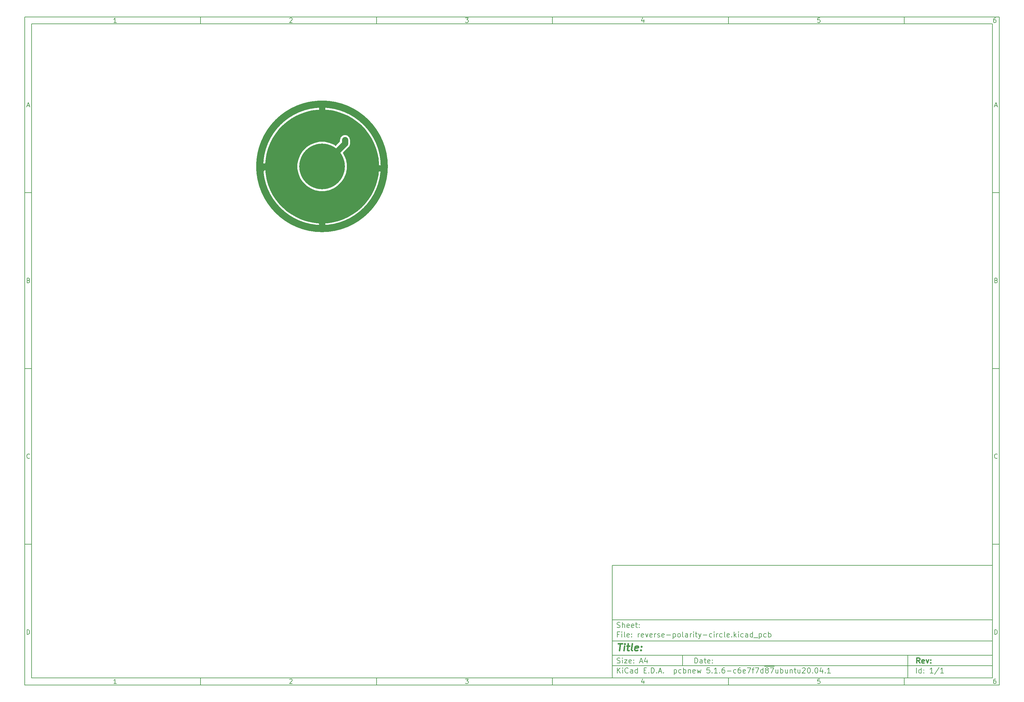
<source format=gbr>
G04 #@! TF.GenerationSoftware,KiCad,Pcbnew,5.1.6-c6e7f7d~87~ubuntu20.04.1*
G04 #@! TF.CreationDate,2020-08-14T09:14:16+02:00*
G04 #@! TF.ProjectId,reverse-polarity-circle,72657665-7273-4652-9d70-6f6c61726974,rev?*
G04 #@! TF.SameCoordinates,Original*
G04 #@! TF.FileFunction,Copper,L2,Bot*
G04 #@! TF.FilePolarity,Positive*
%FSLAX46Y46*%
G04 Gerber Fmt 4.6, Leading zero omitted, Abs format (unit mm)*
G04 Created by KiCad (PCBNEW 5.1.6-c6e7f7d~87~ubuntu20.04.1) date 2020-08-14 09:14:16*
%MOMM*%
%LPD*%
G01*
G04 APERTURE LIST*
%ADD10C,0.100000*%
%ADD11C,0.150000*%
%ADD12C,0.300000*%
%ADD13C,0.400000*%
G04 #@! TA.AperFunction,NonConductor*
%ADD14C,2.000000*%
G04 #@! TD*
G04 #@! TA.AperFunction,ComponentPad*
%ADD15C,7.000000*%
G04 #@! TD*
G04 #@! TA.AperFunction,SMDPad,CuDef*
%ADD16C,13.000000*%
G04 #@! TD*
G04 #@! TA.AperFunction,ViaPad*
%ADD17C,0.800000*%
G04 #@! TD*
G04 #@! TA.AperFunction,Conductor*
%ADD18C,1.800000*%
G04 #@! TD*
G04 #@! TA.AperFunction,Conductor*
%ADD19C,0.254000*%
G04 #@! TD*
G04 APERTURE END LIST*
D10*
D11*
X177002200Y-166007200D02*
X177002200Y-198007200D01*
X285002200Y-198007200D01*
X285002200Y-166007200D01*
X177002200Y-166007200D01*
D10*
D11*
X10000000Y-10000000D02*
X10000000Y-200007200D01*
X287002200Y-200007200D01*
X287002200Y-10000000D01*
X10000000Y-10000000D01*
D10*
D11*
X12000000Y-12000000D02*
X12000000Y-198007200D01*
X285002200Y-198007200D01*
X285002200Y-12000000D01*
X12000000Y-12000000D01*
D10*
D11*
X60000000Y-12000000D02*
X60000000Y-10000000D01*
D10*
D11*
X110000000Y-12000000D02*
X110000000Y-10000000D01*
D10*
D11*
X160000000Y-12000000D02*
X160000000Y-10000000D01*
D10*
D11*
X210000000Y-12000000D02*
X210000000Y-10000000D01*
D10*
D11*
X260000000Y-12000000D02*
X260000000Y-10000000D01*
D10*
D11*
X36065476Y-11588095D02*
X35322619Y-11588095D01*
X35694047Y-11588095D02*
X35694047Y-10288095D01*
X35570238Y-10473809D01*
X35446428Y-10597619D01*
X35322619Y-10659523D01*
D10*
D11*
X85322619Y-10411904D02*
X85384523Y-10350000D01*
X85508333Y-10288095D01*
X85817857Y-10288095D01*
X85941666Y-10350000D01*
X86003571Y-10411904D01*
X86065476Y-10535714D01*
X86065476Y-10659523D01*
X86003571Y-10845238D01*
X85260714Y-11588095D01*
X86065476Y-11588095D01*
D10*
D11*
X135260714Y-10288095D02*
X136065476Y-10288095D01*
X135632142Y-10783333D01*
X135817857Y-10783333D01*
X135941666Y-10845238D01*
X136003571Y-10907142D01*
X136065476Y-11030952D01*
X136065476Y-11340476D01*
X136003571Y-11464285D01*
X135941666Y-11526190D01*
X135817857Y-11588095D01*
X135446428Y-11588095D01*
X135322619Y-11526190D01*
X135260714Y-11464285D01*
D10*
D11*
X185941666Y-10721428D02*
X185941666Y-11588095D01*
X185632142Y-10226190D02*
X185322619Y-11154761D01*
X186127380Y-11154761D01*
D10*
D11*
X236003571Y-10288095D02*
X235384523Y-10288095D01*
X235322619Y-10907142D01*
X235384523Y-10845238D01*
X235508333Y-10783333D01*
X235817857Y-10783333D01*
X235941666Y-10845238D01*
X236003571Y-10907142D01*
X236065476Y-11030952D01*
X236065476Y-11340476D01*
X236003571Y-11464285D01*
X235941666Y-11526190D01*
X235817857Y-11588095D01*
X235508333Y-11588095D01*
X235384523Y-11526190D01*
X235322619Y-11464285D01*
D10*
D11*
X285941666Y-10288095D02*
X285694047Y-10288095D01*
X285570238Y-10350000D01*
X285508333Y-10411904D01*
X285384523Y-10597619D01*
X285322619Y-10845238D01*
X285322619Y-11340476D01*
X285384523Y-11464285D01*
X285446428Y-11526190D01*
X285570238Y-11588095D01*
X285817857Y-11588095D01*
X285941666Y-11526190D01*
X286003571Y-11464285D01*
X286065476Y-11340476D01*
X286065476Y-11030952D01*
X286003571Y-10907142D01*
X285941666Y-10845238D01*
X285817857Y-10783333D01*
X285570238Y-10783333D01*
X285446428Y-10845238D01*
X285384523Y-10907142D01*
X285322619Y-11030952D01*
D10*
D11*
X60000000Y-198007200D02*
X60000000Y-200007200D01*
D10*
D11*
X110000000Y-198007200D02*
X110000000Y-200007200D01*
D10*
D11*
X160000000Y-198007200D02*
X160000000Y-200007200D01*
D10*
D11*
X210000000Y-198007200D02*
X210000000Y-200007200D01*
D10*
D11*
X260000000Y-198007200D02*
X260000000Y-200007200D01*
D10*
D11*
X36065476Y-199595295D02*
X35322619Y-199595295D01*
X35694047Y-199595295D02*
X35694047Y-198295295D01*
X35570238Y-198481009D01*
X35446428Y-198604819D01*
X35322619Y-198666723D01*
D10*
D11*
X85322619Y-198419104D02*
X85384523Y-198357200D01*
X85508333Y-198295295D01*
X85817857Y-198295295D01*
X85941666Y-198357200D01*
X86003571Y-198419104D01*
X86065476Y-198542914D01*
X86065476Y-198666723D01*
X86003571Y-198852438D01*
X85260714Y-199595295D01*
X86065476Y-199595295D01*
D10*
D11*
X135260714Y-198295295D02*
X136065476Y-198295295D01*
X135632142Y-198790533D01*
X135817857Y-198790533D01*
X135941666Y-198852438D01*
X136003571Y-198914342D01*
X136065476Y-199038152D01*
X136065476Y-199347676D01*
X136003571Y-199471485D01*
X135941666Y-199533390D01*
X135817857Y-199595295D01*
X135446428Y-199595295D01*
X135322619Y-199533390D01*
X135260714Y-199471485D01*
D10*
D11*
X185941666Y-198728628D02*
X185941666Y-199595295D01*
X185632142Y-198233390D02*
X185322619Y-199161961D01*
X186127380Y-199161961D01*
D10*
D11*
X236003571Y-198295295D02*
X235384523Y-198295295D01*
X235322619Y-198914342D01*
X235384523Y-198852438D01*
X235508333Y-198790533D01*
X235817857Y-198790533D01*
X235941666Y-198852438D01*
X236003571Y-198914342D01*
X236065476Y-199038152D01*
X236065476Y-199347676D01*
X236003571Y-199471485D01*
X235941666Y-199533390D01*
X235817857Y-199595295D01*
X235508333Y-199595295D01*
X235384523Y-199533390D01*
X235322619Y-199471485D01*
D10*
D11*
X285941666Y-198295295D02*
X285694047Y-198295295D01*
X285570238Y-198357200D01*
X285508333Y-198419104D01*
X285384523Y-198604819D01*
X285322619Y-198852438D01*
X285322619Y-199347676D01*
X285384523Y-199471485D01*
X285446428Y-199533390D01*
X285570238Y-199595295D01*
X285817857Y-199595295D01*
X285941666Y-199533390D01*
X286003571Y-199471485D01*
X286065476Y-199347676D01*
X286065476Y-199038152D01*
X286003571Y-198914342D01*
X285941666Y-198852438D01*
X285817857Y-198790533D01*
X285570238Y-198790533D01*
X285446428Y-198852438D01*
X285384523Y-198914342D01*
X285322619Y-199038152D01*
D10*
D11*
X10000000Y-60000000D02*
X12000000Y-60000000D01*
D10*
D11*
X10000000Y-110000000D02*
X12000000Y-110000000D01*
D10*
D11*
X10000000Y-160000000D02*
X12000000Y-160000000D01*
D10*
D11*
X10690476Y-35216666D02*
X11309523Y-35216666D01*
X10566666Y-35588095D02*
X11000000Y-34288095D01*
X11433333Y-35588095D01*
D10*
D11*
X11092857Y-84907142D02*
X11278571Y-84969047D01*
X11340476Y-85030952D01*
X11402380Y-85154761D01*
X11402380Y-85340476D01*
X11340476Y-85464285D01*
X11278571Y-85526190D01*
X11154761Y-85588095D01*
X10659523Y-85588095D01*
X10659523Y-84288095D01*
X11092857Y-84288095D01*
X11216666Y-84350000D01*
X11278571Y-84411904D01*
X11340476Y-84535714D01*
X11340476Y-84659523D01*
X11278571Y-84783333D01*
X11216666Y-84845238D01*
X11092857Y-84907142D01*
X10659523Y-84907142D01*
D10*
D11*
X11402380Y-135464285D02*
X11340476Y-135526190D01*
X11154761Y-135588095D01*
X11030952Y-135588095D01*
X10845238Y-135526190D01*
X10721428Y-135402380D01*
X10659523Y-135278571D01*
X10597619Y-135030952D01*
X10597619Y-134845238D01*
X10659523Y-134597619D01*
X10721428Y-134473809D01*
X10845238Y-134350000D01*
X11030952Y-134288095D01*
X11154761Y-134288095D01*
X11340476Y-134350000D01*
X11402380Y-134411904D01*
D10*
D11*
X10659523Y-185588095D02*
X10659523Y-184288095D01*
X10969047Y-184288095D01*
X11154761Y-184350000D01*
X11278571Y-184473809D01*
X11340476Y-184597619D01*
X11402380Y-184845238D01*
X11402380Y-185030952D01*
X11340476Y-185278571D01*
X11278571Y-185402380D01*
X11154761Y-185526190D01*
X10969047Y-185588095D01*
X10659523Y-185588095D01*
D10*
D11*
X287002200Y-60000000D02*
X285002200Y-60000000D01*
D10*
D11*
X287002200Y-110000000D02*
X285002200Y-110000000D01*
D10*
D11*
X287002200Y-160000000D02*
X285002200Y-160000000D01*
D10*
D11*
X285692676Y-35216666D02*
X286311723Y-35216666D01*
X285568866Y-35588095D02*
X286002200Y-34288095D01*
X286435533Y-35588095D01*
D10*
D11*
X286095057Y-84907142D02*
X286280771Y-84969047D01*
X286342676Y-85030952D01*
X286404580Y-85154761D01*
X286404580Y-85340476D01*
X286342676Y-85464285D01*
X286280771Y-85526190D01*
X286156961Y-85588095D01*
X285661723Y-85588095D01*
X285661723Y-84288095D01*
X286095057Y-84288095D01*
X286218866Y-84350000D01*
X286280771Y-84411904D01*
X286342676Y-84535714D01*
X286342676Y-84659523D01*
X286280771Y-84783333D01*
X286218866Y-84845238D01*
X286095057Y-84907142D01*
X285661723Y-84907142D01*
D10*
D11*
X286404580Y-135464285D02*
X286342676Y-135526190D01*
X286156961Y-135588095D01*
X286033152Y-135588095D01*
X285847438Y-135526190D01*
X285723628Y-135402380D01*
X285661723Y-135278571D01*
X285599819Y-135030952D01*
X285599819Y-134845238D01*
X285661723Y-134597619D01*
X285723628Y-134473809D01*
X285847438Y-134350000D01*
X286033152Y-134288095D01*
X286156961Y-134288095D01*
X286342676Y-134350000D01*
X286404580Y-134411904D01*
D10*
D11*
X285661723Y-185588095D02*
X285661723Y-184288095D01*
X285971247Y-184288095D01*
X286156961Y-184350000D01*
X286280771Y-184473809D01*
X286342676Y-184597619D01*
X286404580Y-184845238D01*
X286404580Y-185030952D01*
X286342676Y-185278571D01*
X286280771Y-185402380D01*
X286156961Y-185526190D01*
X285971247Y-185588095D01*
X285661723Y-185588095D01*
D10*
D11*
X200434342Y-193785771D02*
X200434342Y-192285771D01*
X200791485Y-192285771D01*
X201005771Y-192357200D01*
X201148628Y-192500057D01*
X201220057Y-192642914D01*
X201291485Y-192928628D01*
X201291485Y-193142914D01*
X201220057Y-193428628D01*
X201148628Y-193571485D01*
X201005771Y-193714342D01*
X200791485Y-193785771D01*
X200434342Y-193785771D01*
X202577200Y-193785771D02*
X202577200Y-193000057D01*
X202505771Y-192857200D01*
X202362914Y-192785771D01*
X202077200Y-192785771D01*
X201934342Y-192857200D01*
X202577200Y-193714342D02*
X202434342Y-193785771D01*
X202077200Y-193785771D01*
X201934342Y-193714342D01*
X201862914Y-193571485D01*
X201862914Y-193428628D01*
X201934342Y-193285771D01*
X202077200Y-193214342D01*
X202434342Y-193214342D01*
X202577200Y-193142914D01*
X203077200Y-192785771D02*
X203648628Y-192785771D01*
X203291485Y-192285771D02*
X203291485Y-193571485D01*
X203362914Y-193714342D01*
X203505771Y-193785771D01*
X203648628Y-193785771D01*
X204720057Y-193714342D02*
X204577200Y-193785771D01*
X204291485Y-193785771D01*
X204148628Y-193714342D01*
X204077200Y-193571485D01*
X204077200Y-193000057D01*
X204148628Y-192857200D01*
X204291485Y-192785771D01*
X204577200Y-192785771D01*
X204720057Y-192857200D01*
X204791485Y-193000057D01*
X204791485Y-193142914D01*
X204077200Y-193285771D01*
X205434342Y-193642914D02*
X205505771Y-193714342D01*
X205434342Y-193785771D01*
X205362914Y-193714342D01*
X205434342Y-193642914D01*
X205434342Y-193785771D01*
X205434342Y-192857200D02*
X205505771Y-192928628D01*
X205434342Y-193000057D01*
X205362914Y-192928628D01*
X205434342Y-192857200D01*
X205434342Y-193000057D01*
D10*
D11*
X177002200Y-194507200D02*
X285002200Y-194507200D01*
D10*
D11*
X178434342Y-196585771D02*
X178434342Y-195085771D01*
X179291485Y-196585771D02*
X178648628Y-195728628D01*
X179291485Y-195085771D02*
X178434342Y-195942914D01*
X179934342Y-196585771D02*
X179934342Y-195585771D01*
X179934342Y-195085771D02*
X179862914Y-195157200D01*
X179934342Y-195228628D01*
X180005771Y-195157200D01*
X179934342Y-195085771D01*
X179934342Y-195228628D01*
X181505771Y-196442914D02*
X181434342Y-196514342D01*
X181220057Y-196585771D01*
X181077200Y-196585771D01*
X180862914Y-196514342D01*
X180720057Y-196371485D01*
X180648628Y-196228628D01*
X180577200Y-195942914D01*
X180577200Y-195728628D01*
X180648628Y-195442914D01*
X180720057Y-195300057D01*
X180862914Y-195157200D01*
X181077200Y-195085771D01*
X181220057Y-195085771D01*
X181434342Y-195157200D01*
X181505771Y-195228628D01*
X182791485Y-196585771D02*
X182791485Y-195800057D01*
X182720057Y-195657200D01*
X182577200Y-195585771D01*
X182291485Y-195585771D01*
X182148628Y-195657200D01*
X182791485Y-196514342D02*
X182648628Y-196585771D01*
X182291485Y-196585771D01*
X182148628Y-196514342D01*
X182077200Y-196371485D01*
X182077200Y-196228628D01*
X182148628Y-196085771D01*
X182291485Y-196014342D01*
X182648628Y-196014342D01*
X182791485Y-195942914D01*
X184148628Y-196585771D02*
X184148628Y-195085771D01*
X184148628Y-196514342D02*
X184005771Y-196585771D01*
X183720057Y-196585771D01*
X183577200Y-196514342D01*
X183505771Y-196442914D01*
X183434342Y-196300057D01*
X183434342Y-195871485D01*
X183505771Y-195728628D01*
X183577200Y-195657200D01*
X183720057Y-195585771D01*
X184005771Y-195585771D01*
X184148628Y-195657200D01*
X186005771Y-195800057D02*
X186505771Y-195800057D01*
X186720057Y-196585771D02*
X186005771Y-196585771D01*
X186005771Y-195085771D01*
X186720057Y-195085771D01*
X187362914Y-196442914D02*
X187434342Y-196514342D01*
X187362914Y-196585771D01*
X187291485Y-196514342D01*
X187362914Y-196442914D01*
X187362914Y-196585771D01*
X188077200Y-196585771D02*
X188077200Y-195085771D01*
X188434342Y-195085771D01*
X188648628Y-195157200D01*
X188791485Y-195300057D01*
X188862914Y-195442914D01*
X188934342Y-195728628D01*
X188934342Y-195942914D01*
X188862914Y-196228628D01*
X188791485Y-196371485D01*
X188648628Y-196514342D01*
X188434342Y-196585771D01*
X188077200Y-196585771D01*
X189577200Y-196442914D02*
X189648628Y-196514342D01*
X189577200Y-196585771D01*
X189505771Y-196514342D01*
X189577200Y-196442914D01*
X189577200Y-196585771D01*
X190220057Y-196157200D02*
X190934342Y-196157200D01*
X190077200Y-196585771D02*
X190577200Y-195085771D01*
X191077200Y-196585771D01*
X191577200Y-196442914D02*
X191648628Y-196514342D01*
X191577200Y-196585771D01*
X191505771Y-196514342D01*
X191577200Y-196442914D01*
X191577200Y-196585771D01*
X194577200Y-195585771D02*
X194577200Y-197085771D01*
X194577200Y-195657200D02*
X194720057Y-195585771D01*
X195005771Y-195585771D01*
X195148628Y-195657200D01*
X195220057Y-195728628D01*
X195291485Y-195871485D01*
X195291485Y-196300057D01*
X195220057Y-196442914D01*
X195148628Y-196514342D01*
X195005771Y-196585771D01*
X194720057Y-196585771D01*
X194577200Y-196514342D01*
X196577200Y-196514342D02*
X196434342Y-196585771D01*
X196148628Y-196585771D01*
X196005771Y-196514342D01*
X195934342Y-196442914D01*
X195862914Y-196300057D01*
X195862914Y-195871485D01*
X195934342Y-195728628D01*
X196005771Y-195657200D01*
X196148628Y-195585771D01*
X196434342Y-195585771D01*
X196577200Y-195657200D01*
X197220057Y-196585771D02*
X197220057Y-195085771D01*
X197220057Y-195657200D02*
X197362914Y-195585771D01*
X197648628Y-195585771D01*
X197791485Y-195657200D01*
X197862914Y-195728628D01*
X197934342Y-195871485D01*
X197934342Y-196300057D01*
X197862914Y-196442914D01*
X197791485Y-196514342D01*
X197648628Y-196585771D01*
X197362914Y-196585771D01*
X197220057Y-196514342D01*
X198577200Y-195585771D02*
X198577200Y-196585771D01*
X198577200Y-195728628D02*
X198648628Y-195657200D01*
X198791485Y-195585771D01*
X199005771Y-195585771D01*
X199148628Y-195657200D01*
X199220057Y-195800057D01*
X199220057Y-196585771D01*
X200505771Y-196514342D02*
X200362914Y-196585771D01*
X200077200Y-196585771D01*
X199934342Y-196514342D01*
X199862914Y-196371485D01*
X199862914Y-195800057D01*
X199934342Y-195657200D01*
X200077200Y-195585771D01*
X200362914Y-195585771D01*
X200505771Y-195657200D01*
X200577200Y-195800057D01*
X200577200Y-195942914D01*
X199862914Y-196085771D01*
X201077200Y-195585771D02*
X201362914Y-196585771D01*
X201648628Y-195871485D01*
X201934342Y-196585771D01*
X202220057Y-195585771D01*
X204648628Y-195085771D02*
X203934342Y-195085771D01*
X203862914Y-195800057D01*
X203934342Y-195728628D01*
X204077200Y-195657200D01*
X204434342Y-195657200D01*
X204577200Y-195728628D01*
X204648628Y-195800057D01*
X204720057Y-195942914D01*
X204720057Y-196300057D01*
X204648628Y-196442914D01*
X204577200Y-196514342D01*
X204434342Y-196585771D01*
X204077200Y-196585771D01*
X203934342Y-196514342D01*
X203862914Y-196442914D01*
X205362914Y-196442914D02*
X205434342Y-196514342D01*
X205362914Y-196585771D01*
X205291485Y-196514342D01*
X205362914Y-196442914D01*
X205362914Y-196585771D01*
X206862914Y-196585771D02*
X206005771Y-196585771D01*
X206434342Y-196585771D02*
X206434342Y-195085771D01*
X206291485Y-195300057D01*
X206148628Y-195442914D01*
X206005771Y-195514342D01*
X207505771Y-196442914D02*
X207577200Y-196514342D01*
X207505771Y-196585771D01*
X207434342Y-196514342D01*
X207505771Y-196442914D01*
X207505771Y-196585771D01*
X208862914Y-195085771D02*
X208577200Y-195085771D01*
X208434342Y-195157200D01*
X208362914Y-195228628D01*
X208220057Y-195442914D01*
X208148628Y-195728628D01*
X208148628Y-196300057D01*
X208220057Y-196442914D01*
X208291485Y-196514342D01*
X208434342Y-196585771D01*
X208720057Y-196585771D01*
X208862914Y-196514342D01*
X208934342Y-196442914D01*
X209005771Y-196300057D01*
X209005771Y-195942914D01*
X208934342Y-195800057D01*
X208862914Y-195728628D01*
X208720057Y-195657200D01*
X208434342Y-195657200D01*
X208291485Y-195728628D01*
X208220057Y-195800057D01*
X208148628Y-195942914D01*
X209648628Y-196014342D02*
X210791485Y-196014342D01*
X212148628Y-196514342D02*
X212005771Y-196585771D01*
X211720057Y-196585771D01*
X211577200Y-196514342D01*
X211505771Y-196442914D01*
X211434342Y-196300057D01*
X211434342Y-195871485D01*
X211505771Y-195728628D01*
X211577200Y-195657200D01*
X211720057Y-195585771D01*
X212005771Y-195585771D01*
X212148628Y-195657200D01*
X213434342Y-195085771D02*
X213148628Y-195085771D01*
X213005771Y-195157200D01*
X212934342Y-195228628D01*
X212791485Y-195442914D01*
X212720057Y-195728628D01*
X212720057Y-196300057D01*
X212791485Y-196442914D01*
X212862914Y-196514342D01*
X213005771Y-196585771D01*
X213291485Y-196585771D01*
X213434342Y-196514342D01*
X213505771Y-196442914D01*
X213577200Y-196300057D01*
X213577200Y-195942914D01*
X213505771Y-195800057D01*
X213434342Y-195728628D01*
X213291485Y-195657200D01*
X213005771Y-195657200D01*
X212862914Y-195728628D01*
X212791485Y-195800057D01*
X212720057Y-195942914D01*
X214791485Y-196514342D02*
X214648628Y-196585771D01*
X214362914Y-196585771D01*
X214220057Y-196514342D01*
X214148628Y-196371485D01*
X214148628Y-195800057D01*
X214220057Y-195657200D01*
X214362914Y-195585771D01*
X214648628Y-195585771D01*
X214791485Y-195657200D01*
X214862914Y-195800057D01*
X214862914Y-195942914D01*
X214148628Y-196085771D01*
X215362914Y-195085771D02*
X216362914Y-195085771D01*
X215720057Y-196585771D01*
X216720057Y-195585771D02*
X217291485Y-195585771D01*
X216934342Y-196585771D02*
X216934342Y-195300057D01*
X217005771Y-195157200D01*
X217148628Y-195085771D01*
X217291485Y-195085771D01*
X217648628Y-195085771D02*
X218648628Y-195085771D01*
X218005771Y-196585771D01*
X219862914Y-196585771D02*
X219862914Y-195085771D01*
X219862914Y-196514342D02*
X219720057Y-196585771D01*
X219434342Y-196585771D01*
X219291485Y-196514342D01*
X219220057Y-196442914D01*
X219148628Y-196300057D01*
X219148628Y-195871485D01*
X219220057Y-195728628D01*
X219291485Y-195657200D01*
X219434342Y-195585771D01*
X219720057Y-195585771D01*
X219862914Y-195657200D01*
X220220057Y-194677200D02*
X221648628Y-194677200D01*
X220791485Y-195728628D02*
X220648628Y-195657200D01*
X220577200Y-195585771D01*
X220505771Y-195442914D01*
X220505771Y-195371485D01*
X220577200Y-195228628D01*
X220648628Y-195157200D01*
X220791485Y-195085771D01*
X221077200Y-195085771D01*
X221220057Y-195157200D01*
X221291485Y-195228628D01*
X221362914Y-195371485D01*
X221362914Y-195442914D01*
X221291485Y-195585771D01*
X221220057Y-195657200D01*
X221077200Y-195728628D01*
X220791485Y-195728628D01*
X220648628Y-195800057D01*
X220577200Y-195871485D01*
X220505771Y-196014342D01*
X220505771Y-196300057D01*
X220577200Y-196442914D01*
X220648628Y-196514342D01*
X220791485Y-196585771D01*
X221077200Y-196585771D01*
X221220057Y-196514342D01*
X221291485Y-196442914D01*
X221362914Y-196300057D01*
X221362914Y-196014342D01*
X221291485Y-195871485D01*
X221220057Y-195800057D01*
X221077200Y-195728628D01*
X221648628Y-194677200D02*
X223077200Y-194677200D01*
X221862914Y-195085771D02*
X222862914Y-195085771D01*
X222220057Y-196585771D01*
X224077200Y-195585771D02*
X224077200Y-196585771D01*
X223434342Y-195585771D02*
X223434342Y-196371485D01*
X223505771Y-196514342D01*
X223648628Y-196585771D01*
X223862914Y-196585771D01*
X224005771Y-196514342D01*
X224077200Y-196442914D01*
X224791485Y-196585771D02*
X224791485Y-195085771D01*
X224791485Y-195657200D02*
X224934342Y-195585771D01*
X225220057Y-195585771D01*
X225362914Y-195657200D01*
X225434342Y-195728628D01*
X225505771Y-195871485D01*
X225505771Y-196300057D01*
X225434342Y-196442914D01*
X225362914Y-196514342D01*
X225220057Y-196585771D01*
X224934342Y-196585771D01*
X224791485Y-196514342D01*
X226791485Y-195585771D02*
X226791485Y-196585771D01*
X226148628Y-195585771D02*
X226148628Y-196371485D01*
X226220057Y-196514342D01*
X226362914Y-196585771D01*
X226577200Y-196585771D01*
X226720057Y-196514342D01*
X226791485Y-196442914D01*
X227505771Y-195585771D02*
X227505771Y-196585771D01*
X227505771Y-195728628D02*
X227577200Y-195657200D01*
X227720057Y-195585771D01*
X227934342Y-195585771D01*
X228077200Y-195657200D01*
X228148628Y-195800057D01*
X228148628Y-196585771D01*
X228648628Y-195585771D02*
X229220057Y-195585771D01*
X228862914Y-195085771D02*
X228862914Y-196371485D01*
X228934342Y-196514342D01*
X229077200Y-196585771D01*
X229220057Y-196585771D01*
X230362914Y-195585771D02*
X230362914Y-196585771D01*
X229720057Y-195585771D02*
X229720057Y-196371485D01*
X229791485Y-196514342D01*
X229934342Y-196585771D01*
X230148628Y-196585771D01*
X230291485Y-196514342D01*
X230362914Y-196442914D01*
X231005771Y-195228628D02*
X231077200Y-195157200D01*
X231220057Y-195085771D01*
X231577200Y-195085771D01*
X231720057Y-195157200D01*
X231791485Y-195228628D01*
X231862914Y-195371485D01*
X231862914Y-195514342D01*
X231791485Y-195728628D01*
X230934342Y-196585771D01*
X231862914Y-196585771D01*
X232791485Y-195085771D02*
X232934342Y-195085771D01*
X233077200Y-195157200D01*
X233148628Y-195228628D01*
X233220057Y-195371485D01*
X233291485Y-195657200D01*
X233291485Y-196014342D01*
X233220057Y-196300057D01*
X233148628Y-196442914D01*
X233077200Y-196514342D01*
X232934342Y-196585771D01*
X232791485Y-196585771D01*
X232648628Y-196514342D01*
X232577200Y-196442914D01*
X232505771Y-196300057D01*
X232434342Y-196014342D01*
X232434342Y-195657200D01*
X232505771Y-195371485D01*
X232577200Y-195228628D01*
X232648628Y-195157200D01*
X232791485Y-195085771D01*
X233934342Y-196442914D02*
X234005771Y-196514342D01*
X233934342Y-196585771D01*
X233862914Y-196514342D01*
X233934342Y-196442914D01*
X233934342Y-196585771D01*
X234934342Y-195085771D02*
X235077200Y-195085771D01*
X235220057Y-195157200D01*
X235291485Y-195228628D01*
X235362914Y-195371485D01*
X235434342Y-195657200D01*
X235434342Y-196014342D01*
X235362914Y-196300057D01*
X235291485Y-196442914D01*
X235220057Y-196514342D01*
X235077200Y-196585771D01*
X234934342Y-196585771D01*
X234791485Y-196514342D01*
X234720057Y-196442914D01*
X234648628Y-196300057D01*
X234577200Y-196014342D01*
X234577200Y-195657200D01*
X234648628Y-195371485D01*
X234720057Y-195228628D01*
X234791485Y-195157200D01*
X234934342Y-195085771D01*
X236720057Y-195585771D02*
X236720057Y-196585771D01*
X236362914Y-195014342D02*
X236005771Y-196085771D01*
X236934342Y-196085771D01*
X237505771Y-196442914D02*
X237577199Y-196514342D01*
X237505771Y-196585771D01*
X237434342Y-196514342D01*
X237505771Y-196442914D01*
X237505771Y-196585771D01*
X239005771Y-196585771D02*
X238148628Y-196585771D01*
X238577200Y-196585771D02*
X238577200Y-195085771D01*
X238434342Y-195300057D01*
X238291485Y-195442914D01*
X238148628Y-195514342D01*
D10*
D11*
X177002200Y-191507200D02*
X285002200Y-191507200D01*
D10*
D12*
X264411485Y-193785771D02*
X263911485Y-193071485D01*
X263554342Y-193785771D02*
X263554342Y-192285771D01*
X264125771Y-192285771D01*
X264268628Y-192357200D01*
X264340057Y-192428628D01*
X264411485Y-192571485D01*
X264411485Y-192785771D01*
X264340057Y-192928628D01*
X264268628Y-193000057D01*
X264125771Y-193071485D01*
X263554342Y-193071485D01*
X265625771Y-193714342D02*
X265482914Y-193785771D01*
X265197200Y-193785771D01*
X265054342Y-193714342D01*
X264982914Y-193571485D01*
X264982914Y-193000057D01*
X265054342Y-192857200D01*
X265197200Y-192785771D01*
X265482914Y-192785771D01*
X265625771Y-192857200D01*
X265697200Y-193000057D01*
X265697200Y-193142914D01*
X264982914Y-193285771D01*
X266197200Y-192785771D02*
X266554342Y-193785771D01*
X266911485Y-192785771D01*
X267482914Y-193642914D02*
X267554342Y-193714342D01*
X267482914Y-193785771D01*
X267411485Y-193714342D01*
X267482914Y-193642914D01*
X267482914Y-193785771D01*
X267482914Y-192857200D02*
X267554342Y-192928628D01*
X267482914Y-193000057D01*
X267411485Y-192928628D01*
X267482914Y-192857200D01*
X267482914Y-193000057D01*
D10*
D11*
X178362914Y-193714342D02*
X178577200Y-193785771D01*
X178934342Y-193785771D01*
X179077200Y-193714342D01*
X179148628Y-193642914D01*
X179220057Y-193500057D01*
X179220057Y-193357200D01*
X179148628Y-193214342D01*
X179077200Y-193142914D01*
X178934342Y-193071485D01*
X178648628Y-193000057D01*
X178505771Y-192928628D01*
X178434342Y-192857200D01*
X178362914Y-192714342D01*
X178362914Y-192571485D01*
X178434342Y-192428628D01*
X178505771Y-192357200D01*
X178648628Y-192285771D01*
X179005771Y-192285771D01*
X179220057Y-192357200D01*
X179862914Y-193785771D02*
X179862914Y-192785771D01*
X179862914Y-192285771D02*
X179791485Y-192357200D01*
X179862914Y-192428628D01*
X179934342Y-192357200D01*
X179862914Y-192285771D01*
X179862914Y-192428628D01*
X180434342Y-192785771D02*
X181220057Y-192785771D01*
X180434342Y-193785771D01*
X181220057Y-193785771D01*
X182362914Y-193714342D02*
X182220057Y-193785771D01*
X181934342Y-193785771D01*
X181791485Y-193714342D01*
X181720057Y-193571485D01*
X181720057Y-193000057D01*
X181791485Y-192857200D01*
X181934342Y-192785771D01*
X182220057Y-192785771D01*
X182362914Y-192857200D01*
X182434342Y-193000057D01*
X182434342Y-193142914D01*
X181720057Y-193285771D01*
X183077200Y-193642914D02*
X183148628Y-193714342D01*
X183077200Y-193785771D01*
X183005771Y-193714342D01*
X183077200Y-193642914D01*
X183077200Y-193785771D01*
X183077200Y-192857200D02*
X183148628Y-192928628D01*
X183077200Y-193000057D01*
X183005771Y-192928628D01*
X183077200Y-192857200D01*
X183077200Y-193000057D01*
X184862914Y-193357200D02*
X185577200Y-193357200D01*
X184720057Y-193785771D02*
X185220057Y-192285771D01*
X185720057Y-193785771D01*
X186862914Y-192785771D02*
X186862914Y-193785771D01*
X186505771Y-192214342D02*
X186148628Y-193285771D01*
X187077200Y-193285771D01*
D10*
D11*
X263434342Y-196585771D02*
X263434342Y-195085771D01*
X264791485Y-196585771D02*
X264791485Y-195085771D01*
X264791485Y-196514342D02*
X264648628Y-196585771D01*
X264362914Y-196585771D01*
X264220057Y-196514342D01*
X264148628Y-196442914D01*
X264077200Y-196300057D01*
X264077200Y-195871485D01*
X264148628Y-195728628D01*
X264220057Y-195657200D01*
X264362914Y-195585771D01*
X264648628Y-195585771D01*
X264791485Y-195657200D01*
X265505771Y-196442914D02*
X265577200Y-196514342D01*
X265505771Y-196585771D01*
X265434342Y-196514342D01*
X265505771Y-196442914D01*
X265505771Y-196585771D01*
X265505771Y-195657200D02*
X265577200Y-195728628D01*
X265505771Y-195800057D01*
X265434342Y-195728628D01*
X265505771Y-195657200D01*
X265505771Y-195800057D01*
X268148628Y-196585771D02*
X267291485Y-196585771D01*
X267720057Y-196585771D02*
X267720057Y-195085771D01*
X267577200Y-195300057D01*
X267434342Y-195442914D01*
X267291485Y-195514342D01*
X269862914Y-195014342D02*
X268577200Y-196942914D01*
X271148628Y-196585771D02*
X270291485Y-196585771D01*
X270720057Y-196585771D02*
X270720057Y-195085771D01*
X270577200Y-195300057D01*
X270434342Y-195442914D01*
X270291485Y-195514342D01*
D10*
D11*
X177002200Y-187507200D02*
X285002200Y-187507200D01*
D10*
D13*
X178714580Y-188211961D02*
X179857438Y-188211961D01*
X179036009Y-190211961D02*
X179286009Y-188211961D01*
X180274104Y-190211961D02*
X180440771Y-188878628D01*
X180524104Y-188211961D02*
X180416961Y-188307200D01*
X180500295Y-188402438D01*
X180607438Y-188307200D01*
X180524104Y-188211961D01*
X180500295Y-188402438D01*
X181107438Y-188878628D02*
X181869342Y-188878628D01*
X181476485Y-188211961D02*
X181262200Y-189926247D01*
X181333628Y-190116723D01*
X181512200Y-190211961D01*
X181702676Y-190211961D01*
X182655057Y-190211961D02*
X182476485Y-190116723D01*
X182405057Y-189926247D01*
X182619342Y-188211961D01*
X184190771Y-190116723D02*
X183988390Y-190211961D01*
X183607438Y-190211961D01*
X183428866Y-190116723D01*
X183357438Y-189926247D01*
X183452676Y-189164342D01*
X183571723Y-188973866D01*
X183774104Y-188878628D01*
X184155057Y-188878628D01*
X184333628Y-188973866D01*
X184405057Y-189164342D01*
X184381247Y-189354819D01*
X183405057Y-189545295D01*
X185155057Y-190021485D02*
X185238390Y-190116723D01*
X185131247Y-190211961D01*
X185047914Y-190116723D01*
X185155057Y-190021485D01*
X185131247Y-190211961D01*
X185286009Y-188973866D02*
X185369342Y-189069104D01*
X185262200Y-189164342D01*
X185178866Y-189069104D01*
X185286009Y-188973866D01*
X185262200Y-189164342D01*
D10*
D11*
X178934342Y-185600057D02*
X178434342Y-185600057D01*
X178434342Y-186385771D02*
X178434342Y-184885771D01*
X179148628Y-184885771D01*
X179720057Y-186385771D02*
X179720057Y-185385771D01*
X179720057Y-184885771D02*
X179648628Y-184957200D01*
X179720057Y-185028628D01*
X179791485Y-184957200D01*
X179720057Y-184885771D01*
X179720057Y-185028628D01*
X180648628Y-186385771D02*
X180505771Y-186314342D01*
X180434342Y-186171485D01*
X180434342Y-184885771D01*
X181791485Y-186314342D02*
X181648628Y-186385771D01*
X181362914Y-186385771D01*
X181220057Y-186314342D01*
X181148628Y-186171485D01*
X181148628Y-185600057D01*
X181220057Y-185457200D01*
X181362914Y-185385771D01*
X181648628Y-185385771D01*
X181791485Y-185457200D01*
X181862914Y-185600057D01*
X181862914Y-185742914D01*
X181148628Y-185885771D01*
X182505771Y-186242914D02*
X182577200Y-186314342D01*
X182505771Y-186385771D01*
X182434342Y-186314342D01*
X182505771Y-186242914D01*
X182505771Y-186385771D01*
X182505771Y-185457200D02*
X182577200Y-185528628D01*
X182505771Y-185600057D01*
X182434342Y-185528628D01*
X182505771Y-185457200D01*
X182505771Y-185600057D01*
X184362914Y-186385771D02*
X184362914Y-185385771D01*
X184362914Y-185671485D02*
X184434342Y-185528628D01*
X184505771Y-185457200D01*
X184648628Y-185385771D01*
X184791485Y-185385771D01*
X185862914Y-186314342D02*
X185720057Y-186385771D01*
X185434342Y-186385771D01*
X185291485Y-186314342D01*
X185220057Y-186171485D01*
X185220057Y-185600057D01*
X185291485Y-185457200D01*
X185434342Y-185385771D01*
X185720057Y-185385771D01*
X185862914Y-185457200D01*
X185934342Y-185600057D01*
X185934342Y-185742914D01*
X185220057Y-185885771D01*
X186434342Y-185385771D02*
X186791485Y-186385771D01*
X187148628Y-185385771D01*
X188291485Y-186314342D02*
X188148628Y-186385771D01*
X187862914Y-186385771D01*
X187720057Y-186314342D01*
X187648628Y-186171485D01*
X187648628Y-185600057D01*
X187720057Y-185457200D01*
X187862914Y-185385771D01*
X188148628Y-185385771D01*
X188291485Y-185457200D01*
X188362914Y-185600057D01*
X188362914Y-185742914D01*
X187648628Y-185885771D01*
X189005771Y-186385771D02*
X189005771Y-185385771D01*
X189005771Y-185671485D02*
X189077200Y-185528628D01*
X189148628Y-185457200D01*
X189291485Y-185385771D01*
X189434342Y-185385771D01*
X189862914Y-186314342D02*
X190005771Y-186385771D01*
X190291485Y-186385771D01*
X190434342Y-186314342D01*
X190505771Y-186171485D01*
X190505771Y-186100057D01*
X190434342Y-185957200D01*
X190291485Y-185885771D01*
X190077200Y-185885771D01*
X189934342Y-185814342D01*
X189862914Y-185671485D01*
X189862914Y-185600057D01*
X189934342Y-185457200D01*
X190077200Y-185385771D01*
X190291485Y-185385771D01*
X190434342Y-185457200D01*
X191720057Y-186314342D02*
X191577200Y-186385771D01*
X191291485Y-186385771D01*
X191148628Y-186314342D01*
X191077200Y-186171485D01*
X191077200Y-185600057D01*
X191148628Y-185457200D01*
X191291485Y-185385771D01*
X191577200Y-185385771D01*
X191720057Y-185457200D01*
X191791485Y-185600057D01*
X191791485Y-185742914D01*
X191077200Y-185885771D01*
X192434342Y-185814342D02*
X193577200Y-185814342D01*
X194291485Y-185385771D02*
X194291485Y-186885771D01*
X194291485Y-185457200D02*
X194434342Y-185385771D01*
X194720057Y-185385771D01*
X194862914Y-185457200D01*
X194934342Y-185528628D01*
X195005771Y-185671485D01*
X195005771Y-186100057D01*
X194934342Y-186242914D01*
X194862914Y-186314342D01*
X194720057Y-186385771D01*
X194434342Y-186385771D01*
X194291485Y-186314342D01*
X195862914Y-186385771D02*
X195720057Y-186314342D01*
X195648628Y-186242914D01*
X195577200Y-186100057D01*
X195577200Y-185671485D01*
X195648628Y-185528628D01*
X195720057Y-185457200D01*
X195862914Y-185385771D01*
X196077200Y-185385771D01*
X196220057Y-185457200D01*
X196291485Y-185528628D01*
X196362914Y-185671485D01*
X196362914Y-186100057D01*
X196291485Y-186242914D01*
X196220057Y-186314342D01*
X196077200Y-186385771D01*
X195862914Y-186385771D01*
X197220057Y-186385771D02*
X197077200Y-186314342D01*
X197005771Y-186171485D01*
X197005771Y-184885771D01*
X198434342Y-186385771D02*
X198434342Y-185600057D01*
X198362914Y-185457200D01*
X198220057Y-185385771D01*
X197934342Y-185385771D01*
X197791485Y-185457200D01*
X198434342Y-186314342D02*
X198291485Y-186385771D01*
X197934342Y-186385771D01*
X197791485Y-186314342D01*
X197720057Y-186171485D01*
X197720057Y-186028628D01*
X197791485Y-185885771D01*
X197934342Y-185814342D01*
X198291485Y-185814342D01*
X198434342Y-185742914D01*
X199148628Y-186385771D02*
X199148628Y-185385771D01*
X199148628Y-185671485D02*
X199220057Y-185528628D01*
X199291485Y-185457200D01*
X199434342Y-185385771D01*
X199577200Y-185385771D01*
X200077200Y-186385771D02*
X200077200Y-185385771D01*
X200077200Y-184885771D02*
X200005771Y-184957200D01*
X200077200Y-185028628D01*
X200148628Y-184957200D01*
X200077200Y-184885771D01*
X200077200Y-185028628D01*
X200577200Y-185385771D02*
X201148628Y-185385771D01*
X200791485Y-184885771D02*
X200791485Y-186171485D01*
X200862914Y-186314342D01*
X201005771Y-186385771D01*
X201148628Y-186385771D01*
X201505771Y-185385771D02*
X201862914Y-186385771D01*
X202220057Y-185385771D02*
X201862914Y-186385771D01*
X201720057Y-186742914D01*
X201648628Y-186814342D01*
X201505771Y-186885771D01*
X202791485Y-185814342D02*
X203934342Y-185814342D01*
X205291485Y-186314342D02*
X205148628Y-186385771D01*
X204862914Y-186385771D01*
X204720057Y-186314342D01*
X204648628Y-186242914D01*
X204577200Y-186100057D01*
X204577200Y-185671485D01*
X204648628Y-185528628D01*
X204720057Y-185457200D01*
X204862914Y-185385771D01*
X205148628Y-185385771D01*
X205291485Y-185457200D01*
X205934342Y-186385771D02*
X205934342Y-185385771D01*
X205934342Y-184885771D02*
X205862914Y-184957200D01*
X205934342Y-185028628D01*
X206005771Y-184957200D01*
X205934342Y-184885771D01*
X205934342Y-185028628D01*
X206648628Y-186385771D02*
X206648628Y-185385771D01*
X206648628Y-185671485D02*
X206720057Y-185528628D01*
X206791485Y-185457200D01*
X206934342Y-185385771D01*
X207077200Y-185385771D01*
X208220057Y-186314342D02*
X208077200Y-186385771D01*
X207791485Y-186385771D01*
X207648628Y-186314342D01*
X207577200Y-186242914D01*
X207505771Y-186100057D01*
X207505771Y-185671485D01*
X207577200Y-185528628D01*
X207648628Y-185457200D01*
X207791485Y-185385771D01*
X208077200Y-185385771D01*
X208220057Y-185457200D01*
X209077200Y-186385771D02*
X208934342Y-186314342D01*
X208862914Y-186171485D01*
X208862914Y-184885771D01*
X210220057Y-186314342D02*
X210077200Y-186385771D01*
X209791485Y-186385771D01*
X209648628Y-186314342D01*
X209577200Y-186171485D01*
X209577200Y-185600057D01*
X209648628Y-185457200D01*
X209791485Y-185385771D01*
X210077200Y-185385771D01*
X210220057Y-185457200D01*
X210291485Y-185600057D01*
X210291485Y-185742914D01*
X209577200Y-185885771D01*
X210934342Y-186242914D02*
X211005771Y-186314342D01*
X210934342Y-186385771D01*
X210862914Y-186314342D01*
X210934342Y-186242914D01*
X210934342Y-186385771D01*
X211648628Y-186385771D02*
X211648628Y-184885771D01*
X211791485Y-185814342D02*
X212220057Y-186385771D01*
X212220057Y-185385771D02*
X211648628Y-185957200D01*
X212862914Y-186385771D02*
X212862914Y-185385771D01*
X212862914Y-184885771D02*
X212791485Y-184957200D01*
X212862914Y-185028628D01*
X212934342Y-184957200D01*
X212862914Y-184885771D01*
X212862914Y-185028628D01*
X214220057Y-186314342D02*
X214077200Y-186385771D01*
X213791485Y-186385771D01*
X213648628Y-186314342D01*
X213577200Y-186242914D01*
X213505771Y-186100057D01*
X213505771Y-185671485D01*
X213577200Y-185528628D01*
X213648628Y-185457200D01*
X213791485Y-185385771D01*
X214077200Y-185385771D01*
X214220057Y-185457200D01*
X215505771Y-186385771D02*
X215505771Y-185600057D01*
X215434342Y-185457200D01*
X215291485Y-185385771D01*
X215005771Y-185385771D01*
X214862914Y-185457200D01*
X215505771Y-186314342D02*
X215362914Y-186385771D01*
X215005771Y-186385771D01*
X214862914Y-186314342D01*
X214791485Y-186171485D01*
X214791485Y-186028628D01*
X214862914Y-185885771D01*
X215005771Y-185814342D01*
X215362914Y-185814342D01*
X215505771Y-185742914D01*
X216862914Y-186385771D02*
X216862914Y-184885771D01*
X216862914Y-186314342D02*
X216720057Y-186385771D01*
X216434342Y-186385771D01*
X216291485Y-186314342D01*
X216220057Y-186242914D01*
X216148628Y-186100057D01*
X216148628Y-185671485D01*
X216220057Y-185528628D01*
X216291485Y-185457200D01*
X216434342Y-185385771D01*
X216720057Y-185385771D01*
X216862914Y-185457200D01*
X217220057Y-186528628D02*
X218362914Y-186528628D01*
X218720057Y-185385771D02*
X218720057Y-186885771D01*
X218720057Y-185457200D02*
X218862914Y-185385771D01*
X219148628Y-185385771D01*
X219291485Y-185457200D01*
X219362914Y-185528628D01*
X219434342Y-185671485D01*
X219434342Y-186100057D01*
X219362914Y-186242914D01*
X219291485Y-186314342D01*
X219148628Y-186385771D01*
X218862914Y-186385771D01*
X218720057Y-186314342D01*
X220720057Y-186314342D02*
X220577200Y-186385771D01*
X220291485Y-186385771D01*
X220148628Y-186314342D01*
X220077200Y-186242914D01*
X220005771Y-186100057D01*
X220005771Y-185671485D01*
X220077200Y-185528628D01*
X220148628Y-185457200D01*
X220291485Y-185385771D01*
X220577200Y-185385771D01*
X220720057Y-185457200D01*
X221362914Y-186385771D02*
X221362914Y-184885771D01*
X221362914Y-185457200D02*
X221505771Y-185385771D01*
X221791485Y-185385771D01*
X221934342Y-185457200D01*
X222005771Y-185528628D01*
X222077200Y-185671485D01*
X222077200Y-186100057D01*
X222005771Y-186242914D01*
X221934342Y-186314342D01*
X221791485Y-186385771D01*
X221505771Y-186385771D01*
X221362914Y-186314342D01*
D10*
D11*
X177002200Y-181507200D02*
X285002200Y-181507200D01*
D10*
D11*
X178362914Y-183614342D02*
X178577200Y-183685771D01*
X178934342Y-183685771D01*
X179077200Y-183614342D01*
X179148628Y-183542914D01*
X179220057Y-183400057D01*
X179220057Y-183257200D01*
X179148628Y-183114342D01*
X179077200Y-183042914D01*
X178934342Y-182971485D01*
X178648628Y-182900057D01*
X178505771Y-182828628D01*
X178434342Y-182757200D01*
X178362914Y-182614342D01*
X178362914Y-182471485D01*
X178434342Y-182328628D01*
X178505771Y-182257200D01*
X178648628Y-182185771D01*
X179005771Y-182185771D01*
X179220057Y-182257200D01*
X179862914Y-183685771D02*
X179862914Y-182185771D01*
X180505771Y-183685771D02*
X180505771Y-182900057D01*
X180434342Y-182757200D01*
X180291485Y-182685771D01*
X180077200Y-182685771D01*
X179934342Y-182757200D01*
X179862914Y-182828628D01*
X181791485Y-183614342D02*
X181648628Y-183685771D01*
X181362914Y-183685771D01*
X181220057Y-183614342D01*
X181148628Y-183471485D01*
X181148628Y-182900057D01*
X181220057Y-182757200D01*
X181362914Y-182685771D01*
X181648628Y-182685771D01*
X181791485Y-182757200D01*
X181862914Y-182900057D01*
X181862914Y-183042914D01*
X181148628Y-183185771D01*
X183077200Y-183614342D02*
X182934342Y-183685771D01*
X182648628Y-183685771D01*
X182505771Y-183614342D01*
X182434342Y-183471485D01*
X182434342Y-182900057D01*
X182505771Y-182757200D01*
X182648628Y-182685771D01*
X182934342Y-182685771D01*
X183077200Y-182757200D01*
X183148628Y-182900057D01*
X183148628Y-183042914D01*
X182434342Y-183185771D01*
X183577200Y-182685771D02*
X184148628Y-182685771D01*
X183791485Y-182185771D02*
X183791485Y-183471485D01*
X183862914Y-183614342D01*
X184005771Y-183685771D01*
X184148628Y-183685771D01*
X184648628Y-183542914D02*
X184720057Y-183614342D01*
X184648628Y-183685771D01*
X184577200Y-183614342D01*
X184648628Y-183542914D01*
X184648628Y-183685771D01*
X184648628Y-182757200D02*
X184720057Y-182828628D01*
X184648628Y-182900057D01*
X184577200Y-182828628D01*
X184648628Y-182757200D01*
X184648628Y-182900057D01*
D10*
D11*
X197002200Y-191507200D02*
X197002200Y-194507200D01*
D10*
D11*
X261002200Y-191507200D02*
X261002200Y-198007200D01*
D14*
X112200000Y-52500000D02*
G75*
G03*
X112200000Y-52500000I-17700000J0D01*
G01*
D15*
X83000000Y-52500000D03*
D16*
X94500000Y-52500000D03*
D17*
X111500000Y-53000000D03*
X77500000Y-53000000D03*
X94500000Y-35500000D03*
X94500000Y-69500000D03*
X101000000Y-45000000D03*
D18*
X78000000Y-52500000D02*
X77500000Y-53000000D01*
X83000000Y-52500000D02*
X78000000Y-52500000D01*
X94500000Y-69500000D02*
X94500000Y-68500000D01*
X83000000Y-57000000D02*
X83000000Y-52500000D01*
X94500000Y-68500000D02*
X83000000Y-57000000D01*
X94500000Y-66000000D02*
X94500000Y-69500000D01*
X107500000Y-53000000D02*
X94500000Y-66000000D01*
X94500000Y-35500000D02*
X94500000Y-38000000D01*
X94500000Y-38000000D02*
X96500000Y-38000000D01*
X96500000Y-38000000D02*
X100500000Y-42000000D01*
X100500000Y-42000000D02*
X103500000Y-42000000D01*
X107500000Y-46000000D02*
X107500000Y-53000000D01*
X103500000Y-42000000D02*
X107500000Y-46000000D01*
X111500000Y-53000000D02*
X107500000Y-53000000D01*
X101000000Y-46000000D02*
X94500000Y-52500000D01*
X101000000Y-45000000D02*
X101000000Y-46000000D01*
D19*
G36*
X96027075Y-36507744D02*
G01*
X97540321Y-36725315D01*
X99026034Y-37085745D01*
X100470757Y-37585769D01*
X101861409Y-38220859D01*
X103185395Y-38985262D01*
X104430724Y-39872057D01*
X105586119Y-40873213D01*
X106641117Y-41979662D01*
X107586163Y-43181386D01*
X108412698Y-44467500D01*
X109113238Y-45826358D01*
X109681438Y-47245653D01*
X110112153Y-48712533D01*
X110401481Y-50213712D01*
X110546804Y-51735597D01*
X110546804Y-53264403D01*
X110401481Y-54786288D01*
X110112153Y-56287467D01*
X109681438Y-57754347D01*
X109113238Y-59173642D01*
X108412698Y-60532500D01*
X107586163Y-61818614D01*
X106641117Y-63020338D01*
X105586119Y-64126787D01*
X104430724Y-65127943D01*
X103185395Y-66014738D01*
X101861409Y-66779141D01*
X100470757Y-67414231D01*
X99026034Y-67914255D01*
X97540321Y-68274685D01*
X96027075Y-68492256D01*
X94500000Y-68565000D01*
X92972925Y-68492256D01*
X91459679Y-68274685D01*
X89973966Y-67914255D01*
X88529243Y-67414231D01*
X87138591Y-66779141D01*
X85814605Y-66014738D01*
X84569276Y-65127943D01*
X83413881Y-64126787D01*
X82358883Y-63020338D01*
X81413837Y-61818614D01*
X80587302Y-60532500D01*
X79886762Y-59173642D01*
X79318562Y-57754347D01*
X78887847Y-56287467D01*
X78598519Y-54786288D01*
X78453196Y-53264403D01*
X78453196Y-51797264D01*
X87365000Y-51797264D01*
X87365000Y-53202736D01*
X87639194Y-54581203D01*
X88177045Y-55879690D01*
X88957884Y-57048297D01*
X89951703Y-58042116D01*
X91120310Y-58822955D01*
X92418797Y-59360806D01*
X93797264Y-59635000D01*
X95202736Y-59635000D01*
X96581203Y-59360806D01*
X97879690Y-58822955D01*
X99048297Y-58042116D01*
X100042116Y-57048297D01*
X100822955Y-55879690D01*
X101360806Y-54581203D01*
X101635000Y-53202736D01*
X101635000Y-51797264D01*
X101360806Y-50418797D01*
X100822955Y-49120310D01*
X100513556Y-48657262D01*
X102032085Y-47138733D01*
X102090661Y-47090661D01*
X102282481Y-46856927D01*
X102425017Y-46590261D01*
X102512790Y-46300913D01*
X102535000Y-46075408D01*
X102535000Y-46075407D01*
X102542427Y-46000001D01*
X102535000Y-45924595D01*
X102535000Y-44924592D01*
X102512790Y-44699087D01*
X102425017Y-44409739D01*
X102282481Y-44143073D01*
X102090661Y-43909339D01*
X101856926Y-43717519D01*
X101590260Y-43574983D01*
X101300912Y-43487210D01*
X101000000Y-43457573D01*
X100699087Y-43487210D01*
X100409739Y-43574983D01*
X100143073Y-43717519D01*
X99909339Y-43909339D01*
X99717519Y-44143074D01*
X99574983Y-44409740D01*
X99487210Y-44699088D01*
X99465000Y-44924593D01*
X99465000Y-45364182D01*
X98342738Y-46486444D01*
X97879690Y-46177045D01*
X96581203Y-45639194D01*
X95202736Y-45365000D01*
X93797264Y-45365000D01*
X92418797Y-45639194D01*
X91120310Y-46177045D01*
X89951703Y-46957884D01*
X88957884Y-47951703D01*
X88177045Y-49120310D01*
X87639194Y-50418797D01*
X87365000Y-51797264D01*
X78453196Y-51797264D01*
X78453196Y-51735597D01*
X78598519Y-50213712D01*
X78887847Y-48712533D01*
X79318562Y-47245653D01*
X79886762Y-45826358D01*
X80587302Y-44467500D01*
X81413837Y-43181386D01*
X82358883Y-41979662D01*
X83413881Y-40873213D01*
X84569276Y-39872057D01*
X85814605Y-38985262D01*
X87138591Y-38220859D01*
X88529243Y-37585769D01*
X89973966Y-37085745D01*
X91459679Y-36725315D01*
X92972925Y-36507744D01*
X94500000Y-36435000D01*
X96027075Y-36507744D01*
G37*
X96027075Y-36507744D02*
X97540321Y-36725315D01*
X99026034Y-37085745D01*
X100470757Y-37585769D01*
X101861409Y-38220859D01*
X103185395Y-38985262D01*
X104430724Y-39872057D01*
X105586119Y-40873213D01*
X106641117Y-41979662D01*
X107586163Y-43181386D01*
X108412698Y-44467500D01*
X109113238Y-45826358D01*
X109681438Y-47245653D01*
X110112153Y-48712533D01*
X110401481Y-50213712D01*
X110546804Y-51735597D01*
X110546804Y-53264403D01*
X110401481Y-54786288D01*
X110112153Y-56287467D01*
X109681438Y-57754347D01*
X109113238Y-59173642D01*
X108412698Y-60532500D01*
X107586163Y-61818614D01*
X106641117Y-63020338D01*
X105586119Y-64126787D01*
X104430724Y-65127943D01*
X103185395Y-66014738D01*
X101861409Y-66779141D01*
X100470757Y-67414231D01*
X99026034Y-67914255D01*
X97540321Y-68274685D01*
X96027075Y-68492256D01*
X94500000Y-68565000D01*
X92972925Y-68492256D01*
X91459679Y-68274685D01*
X89973966Y-67914255D01*
X88529243Y-67414231D01*
X87138591Y-66779141D01*
X85814605Y-66014738D01*
X84569276Y-65127943D01*
X83413881Y-64126787D01*
X82358883Y-63020338D01*
X81413837Y-61818614D01*
X80587302Y-60532500D01*
X79886762Y-59173642D01*
X79318562Y-57754347D01*
X78887847Y-56287467D01*
X78598519Y-54786288D01*
X78453196Y-53264403D01*
X78453196Y-51797264D01*
X87365000Y-51797264D01*
X87365000Y-53202736D01*
X87639194Y-54581203D01*
X88177045Y-55879690D01*
X88957884Y-57048297D01*
X89951703Y-58042116D01*
X91120310Y-58822955D01*
X92418797Y-59360806D01*
X93797264Y-59635000D01*
X95202736Y-59635000D01*
X96581203Y-59360806D01*
X97879690Y-58822955D01*
X99048297Y-58042116D01*
X100042116Y-57048297D01*
X100822955Y-55879690D01*
X101360806Y-54581203D01*
X101635000Y-53202736D01*
X101635000Y-51797264D01*
X101360806Y-50418797D01*
X100822955Y-49120310D01*
X100513556Y-48657262D01*
X102032085Y-47138733D01*
X102090661Y-47090661D01*
X102282481Y-46856927D01*
X102425017Y-46590261D01*
X102512790Y-46300913D01*
X102535000Y-46075408D01*
X102535000Y-46075407D01*
X102542427Y-46000001D01*
X102535000Y-45924595D01*
X102535000Y-44924592D01*
X102512790Y-44699087D01*
X102425017Y-44409739D01*
X102282481Y-44143073D01*
X102090661Y-43909339D01*
X101856926Y-43717519D01*
X101590260Y-43574983D01*
X101300912Y-43487210D01*
X101000000Y-43457573D01*
X100699087Y-43487210D01*
X100409739Y-43574983D01*
X100143073Y-43717519D01*
X99909339Y-43909339D01*
X99717519Y-44143074D01*
X99574983Y-44409740D01*
X99487210Y-44699088D01*
X99465000Y-44924593D01*
X99465000Y-45364182D01*
X98342738Y-46486444D01*
X97879690Y-46177045D01*
X96581203Y-45639194D01*
X95202736Y-45365000D01*
X93797264Y-45365000D01*
X92418797Y-45639194D01*
X91120310Y-46177045D01*
X89951703Y-46957884D01*
X88957884Y-47951703D01*
X88177045Y-49120310D01*
X87639194Y-50418797D01*
X87365000Y-51797264D01*
X78453196Y-51797264D01*
X78453196Y-51735597D01*
X78598519Y-50213712D01*
X78887847Y-48712533D01*
X79318562Y-47245653D01*
X79886762Y-45826358D01*
X80587302Y-44467500D01*
X81413837Y-43181386D01*
X82358883Y-41979662D01*
X83413881Y-40873213D01*
X84569276Y-39872057D01*
X85814605Y-38985262D01*
X87138591Y-38220859D01*
X88529243Y-37585769D01*
X89973966Y-37085745D01*
X91459679Y-36725315D01*
X92972925Y-36507744D01*
X94500000Y-36435000D01*
X96027075Y-36507744D01*
M02*

</source>
